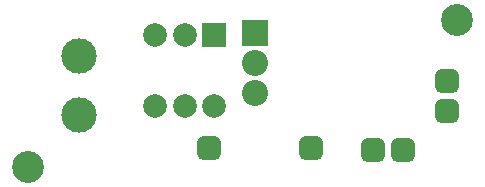
<source format=gbs>
G04*
G04 #@! TF.GenerationSoftware,Altium Limited,Altium Designer,20.1.11 (218)*
G04*
G04 Layer_Color=16711935*
%FSLAX25Y25*%
%MOIN*%
G70*
G04*
G04 #@! TF.SameCoordinates,1FFAB4DC-9B42-4647-A341-CC47B364B69B*
G04*
G04*
G04 #@! TF.FilePolarity,Negative*
G04*
G01*
G75*
G04:AMPARAMS|DCode=14|XSize=78.74mil|YSize=78.74mil|CornerRadius=19.68mil|HoleSize=0mil|Usage=FLASHONLY|Rotation=0.000|XOffset=0mil|YOffset=0mil|HoleType=Round|Shape=RoundedRectangle|*
%AMROUNDEDRECTD14*
21,1,0.07874,0.03937,0,0,0.0*
21,1,0.03937,0.07874,0,0,0.0*
1,1,0.03937,0.01968,-0.01968*
1,1,0.03937,-0.01968,-0.01968*
1,1,0.03937,-0.01968,0.01968*
1,1,0.03937,0.01968,0.01968*
%
%ADD14ROUNDEDRECTD14*%
%ADD15C,0.07874*%
%ADD16R,0.07874X0.07874*%
%ADD18C,0.11811*%
G04:AMPARAMS|DCode=19|XSize=78.74mil|YSize=78.74mil|CornerRadius=19.68mil|HoleSize=0mil|Usage=FLASHONLY|Rotation=270.000|XOffset=0mil|YOffset=0mil|HoleType=Round|Shape=RoundedRectangle|*
%AMROUNDEDRECTD19*
21,1,0.07874,0.03937,0,0,270.0*
21,1,0.03937,0.07874,0,0,270.0*
1,1,0.03937,-0.01968,-0.01968*
1,1,0.03937,-0.01968,0.01968*
1,1,0.03937,0.01968,0.01968*
1,1,0.03937,0.01968,-0.01968*
%
%ADD19ROUNDEDRECTD19*%
%ADD21R,0.08674X0.08674*%
%ADD22C,0.08674*%
%ADD23C,0.10642*%
D14*
X101252Y12599D02*
D03*
X67252D02*
D03*
X121890Y11811D02*
D03*
X131890D02*
D03*
D15*
X49213Y26378D02*
D03*
X59055D02*
D03*
X68898D02*
D03*
X49213Y50000D02*
D03*
X59055D02*
D03*
D16*
X68898D02*
D03*
D18*
X24016Y23622D02*
D03*
Y43307D02*
D03*
D19*
X146457Y24803D02*
D03*
Y34803D02*
D03*
D21*
X82677Y50709D02*
D03*
D22*
Y40709D02*
D03*
Y30709D02*
D03*
D23*
X6693Y6299D02*
D03*
X150000Y55118D02*
D03*
M02*

</source>
